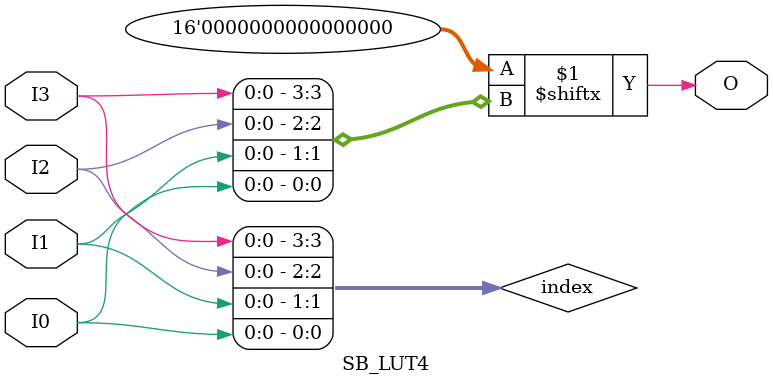
<source format=sv>
module SB_LUT4#(
   parameter LUT_INIT = 16'h0000
)(
   input  wire  I3,
   input  wire  I2,
   input  wire  I1,
   input  wire  I0,
   output wire  O
);

   wire [3:0] index;

   assign index = {I3,I2,I1,I0};

   assign #700 O = LUT_INIT[index]; 

endmodule

</source>
